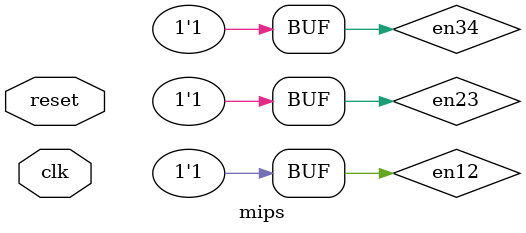
<source format=v>
`timescale 1ns / 1ps
module mips(
    input clk,
    input reset
    );

    wire [31:0] PC_0,PC_1,PC_2,PC_3,PC_4;
    wire [31:0] ins_0,ins_1,ins_2,ins_3,ins_4;
    wire [5:0] op_1;
    wire [5:0] func_1;
    wire [4:0] regWA_1,regWA_2,regWA_3,regWA_4; //ID_EX: changename from dstout to regWA
    wire [31:0] NPC;
    wire [31:0] ALUOut_2,ALUOut_3,ALUOut_4;
    wire [31:0] toRegout;
    wire [31:0] MEMout;
    wire [31:0] memRD_4;
    wire [31:0] regRD1_1,regRD2_1,regRD1_2,regRD2_2,regRD2_3;
    wire [4:0] rd_1,rt_1,rs_1,rt_2,rs_2,rt_3,rs_3;
    wire en01,en12,en23,en34;
    wire RegWrite_1,RegWrite_2,RegWrite_3,RegWrite_4;
    wire [1:0] RegDst;
    wire [1:0] Tnew_1,Tnew_2,Tnew_3,Tnew_4;  //从Tnew2即E级开始计数，1产生直接传递给2�逐次递减
    wire [1:0]forward_RS_1,forward_RT_1,forward_RS_2,forward_RT_2;
    wire [31:0]forward_RSout_1,forward_RTout_1,forward_RSout_2,forward_RTout_2;
    wire [31:0] forward_MEMWDout_3;
    wire forward_MEMWD_3;
    wire [1:0]rsTuse,rtTuse;
	 wire busy_2;
	 wire hazard_stall,ID_is_md_ins;
    assign en12=1;
    assign en23=1;
    assign en34=1;
	 
	 wire stall = (ID_is_md_ins&busy_2)|hazard_stall;
	 
    GRF _GRF(PC_4,clk,reset,RegWrite_4,rs_1,rt_1,regWA_4,toRegout,regRD1_1,regRD2_1);

    IF _IF(clk,reset,NPC,PC_0,ins_0);

    IF_ID _IF_ID(clk,reset,~stall,ins_0,ins_1,PC_0,PC_1);
    ID _ID(stall,PC_0,ins_1,op_1,func_1,rd_1,rt_1,rs_1,NPC,forward_RSout_1,forward_RTout_1,RegDst,Tnew_1,rsTuse,rtTuse,RegWrite_1,ID_is_md_ins);
    mux_4_5b _RegDst_1(RegDst,rt_1,rd_1,5'd31,5'b0,regWA_1);
    mux_4_32b _forward_RS_1(forward_RS_1,regRD1_1,toRegout,ALUOut_3,0,forward_RSout_1); 
    mux_4_32b _forward_RT_1(forward_RT_1,regRD2_1,toRegout,ALUOut_3,0,forward_RTout_1); //转发给ID regRD1和regRD2
    
    ID_EX _ID_EX(clk,reset|stall,en12,ins_1,ins_2,PC_1,PC_2,Tnew_1,Tnew_2,RegWrite_1,RegWrite_2,regWA_1,regWA_2,forward_RSout_1,regRD1_2,forward_RTout_1,regRD2_2);
    EX _EX(clk,reset,forward_RSout_2,forward_RTout_2,ins_2,PC_2,ALUOut_2,busy_2);
    mux_4_32b _forward_RS_2(forward_RS_2,regRD1_2,toRegout,ALUOut_3,0,forward_RSout_2); 
    mux_4_32b _forward_RT_2(forward_RT_2,regRD2_2,toRegout,ALUOut_3,0,forward_RTout_2); //转发给EX regRD1和regRD2
    
    EX_MEM _EX_MEM(clk,reset,en23,ins_2,ins_3,PC_2,PC_3,Tnew_2,Tnew_3,RegWrite_2,RegWrite_3,regWA_2,regWA_3,ALUOut_2,ALUOut_3,forward_RTout_2,regRD2_3);
    DM _DM(clk,reset,ins_3,PC_3,ALUOut_3,forward_MEMWDout_3,MEMout);
    mux_2_32b _forward_MEMWD_3(forward_MEMWD_3,regRD2_3,toRegout,forward_MEMWDout_3); //转发给MEMWD
    
    MEM_WB _MEM_WB(clk,reset,en34,ins_3,ins_4,PC_3,PC_4,Tnew_3,Tnew_4,RegWrite_3,RegWrite_4,regWA_3,regWA_4,ALUOut_3,ALUOut_4,MEMout,memRD_4);
    WB _WB(ins_4,PC_4,regWA_4,memRD_4,ALUOut_4,toRegout);

    Hazard _Hazard(regWA_2,regWA_3,regWA_4,RegWrite_2,RegWrite_3,RegWrite_4,rs_1,rt_1,ins_2[25:21],ins_2[20:16],ins_3[20:16],Tnew_2,Tnew_3,Tnew_4,rsTuse,rtTuse,hazard_stall,forward_RS_1,forward_RT_1,forward_RS_2,forward_RT_2,forward_MEMWD_3);


endmodule

</source>
